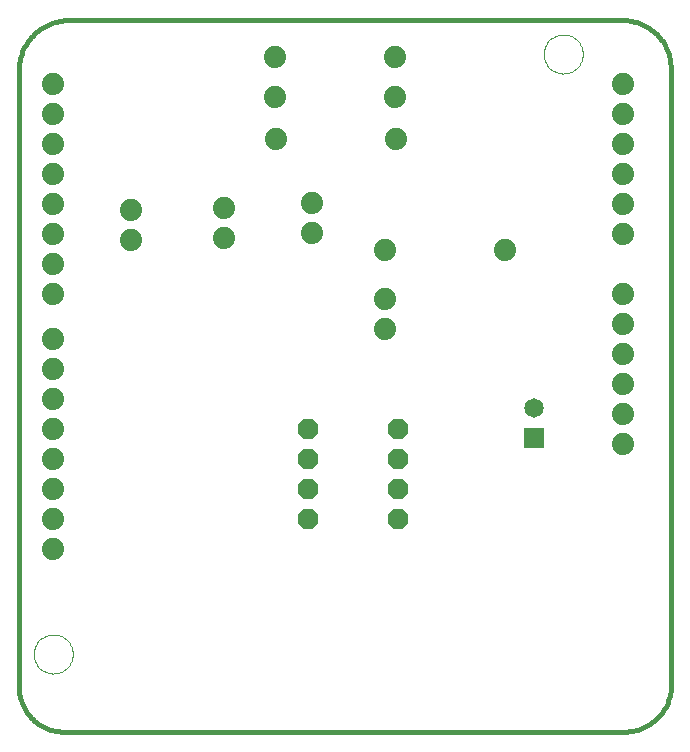
<source format=gtl>
G75*
G70*
%OFA0B0*%
%FSLAX24Y24*%
%IPPOS*%
%LPD*%
%AMOC8*
5,1,8,0,0,1.08239X$1,22.5*
%
%ADD10C,0.0160*%
%ADD11C,0.0740*%
%ADD12C,0.0000*%
%ADD13OC8,0.0680*%
%ADD14R,0.0650X0.0650*%
%ADD15C,0.0650*%
D10*
X001849Y006172D02*
X011472Y006172D01*
X011462Y006171D02*
X020539Y006171D01*
X020616Y006173D01*
X020693Y006179D01*
X020769Y006188D01*
X020845Y006201D01*
X020920Y006218D01*
X020994Y006239D01*
X021067Y006263D01*
X021139Y006291D01*
X021210Y006322D01*
X021278Y006357D01*
X021345Y006395D01*
X021410Y006436D01*
X021473Y006481D01*
X021534Y006529D01*
X021592Y006579D01*
X021647Y006632D01*
X021700Y006688D01*
X021750Y006747D01*
X021797Y006808D01*
X021841Y006871D01*
X021882Y006936D01*
X021920Y007003D01*
X021954Y007072D01*
X021985Y007143D01*
X022012Y007215D01*
X022036Y007288D01*
X022056Y007362D01*
X022073Y007437D01*
X022085Y007513D01*
X022094Y007590D01*
X022100Y007667D01*
X022101Y007744D01*
X022100Y007744D02*
X022087Y018887D01*
X022086Y018862D02*
X022086Y028292D01*
X022084Y028370D01*
X022078Y028448D01*
X022069Y028526D01*
X022055Y028603D01*
X022038Y028680D01*
X022017Y028755D01*
X021993Y028830D01*
X021965Y028903D01*
X021933Y028974D01*
X021898Y029044D01*
X021859Y029113D01*
X021817Y029179D01*
X021772Y029243D01*
X021724Y029304D01*
X021673Y029364D01*
X021619Y029421D01*
X021562Y029475D01*
X021502Y029526D01*
X021441Y029574D01*
X021377Y029619D01*
X021311Y029661D01*
X021242Y029700D01*
X021172Y029735D01*
X021101Y029767D01*
X021028Y029795D01*
X020953Y029819D01*
X020878Y029840D01*
X020801Y029857D01*
X020724Y029871D01*
X020646Y029880D01*
X020568Y029886D01*
X020490Y029888D01*
X011089Y029888D01*
X011059Y029891D02*
X002024Y029891D01*
X002024Y029890D02*
X001945Y029888D01*
X001866Y029882D01*
X001787Y029873D01*
X001709Y029860D01*
X001632Y029843D01*
X001555Y029823D01*
X001480Y029799D01*
X001406Y029771D01*
X001333Y029740D01*
X001262Y029705D01*
X001192Y029667D01*
X001125Y029626D01*
X001059Y029582D01*
X000996Y029534D01*
X000935Y029484D01*
X000876Y029431D01*
X000820Y029375D01*
X000767Y029316D01*
X000717Y029255D01*
X000669Y029192D01*
X000625Y029126D01*
X000584Y029059D01*
X000546Y028989D01*
X000511Y028918D01*
X000480Y028845D01*
X000452Y028771D01*
X000428Y028696D01*
X000408Y028619D01*
X000391Y028542D01*
X000378Y028464D01*
X000369Y028385D01*
X000363Y028306D01*
X000361Y028227D01*
X000360Y028227D02*
X000360Y018345D01*
X000364Y018343D02*
X000364Y007657D01*
X000366Y007582D01*
X000372Y007507D01*
X000381Y007432D01*
X000394Y007358D01*
X000411Y007285D01*
X000432Y007212D01*
X000456Y007141D01*
X000484Y007071D01*
X000516Y007003D01*
X000551Y006936D01*
X000589Y006871D01*
X000630Y006809D01*
X000675Y006748D01*
X000722Y006690D01*
X000773Y006634D01*
X000826Y006581D01*
X000882Y006530D01*
X000940Y006483D01*
X001001Y006438D01*
X001063Y006397D01*
X001128Y006359D01*
X001195Y006324D01*
X001263Y006292D01*
X001333Y006264D01*
X001404Y006240D01*
X001477Y006219D01*
X001550Y006202D01*
X001624Y006189D01*
X001699Y006180D01*
X001774Y006174D01*
X001849Y006172D01*
D11*
X001509Y012260D03*
X001509Y013260D03*
X001509Y014260D03*
X001509Y015260D03*
X001509Y016260D03*
X001509Y017260D03*
X001509Y018260D03*
X001509Y019260D03*
X001509Y020760D03*
X001509Y021760D03*
X001509Y022760D03*
X001509Y023760D03*
X001509Y024760D03*
X001509Y025760D03*
X001509Y026760D03*
X001509Y027760D03*
X004104Y023571D03*
X004104Y022571D03*
X007200Y022618D03*
X007200Y023618D03*
X008925Y025932D03*
X008889Y027331D03*
X008885Y028669D03*
X010138Y023785D03*
X010138Y022785D03*
X012569Y022212D03*
X012556Y020604D03*
X012556Y019604D03*
X016569Y022212D03*
X012925Y025932D03*
X012889Y027331D03*
X012885Y028669D03*
X020509Y027760D03*
X020509Y026760D03*
X020509Y025760D03*
X020509Y024760D03*
X020509Y023760D03*
X020509Y022760D03*
X020509Y020760D03*
X020509Y019760D03*
X020509Y018760D03*
X020509Y017760D03*
X020509Y016760D03*
X020509Y015760D03*
D12*
X017859Y028760D02*
X017861Y028810D01*
X017867Y028860D01*
X017877Y028910D01*
X017890Y028958D01*
X017907Y029006D01*
X017928Y029052D01*
X017952Y029096D01*
X017980Y029138D01*
X018011Y029178D01*
X018045Y029215D01*
X018082Y029250D01*
X018121Y029281D01*
X018162Y029310D01*
X018206Y029335D01*
X018252Y029357D01*
X018299Y029375D01*
X018347Y029389D01*
X018396Y029400D01*
X018446Y029407D01*
X018496Y029410D01*
X018547Y029409D01*
X018597Y029404D01*
X018647Y029395D01*
X018695Y029383D01*
X018743Y029366D01*
X018789Y029346D01*
X018834Y029323D01*
X018877Y029296D01*
X018917Y029266D01*
X018955Y029233D01*
X018990Y029197D01*
X019023Y029158D01*
X019052Y029117D01*
X019078Y029074D01*
X019101Y029029D01*
X019120Y028982D01*
X019135Y028934D01*
X019147Y028885D01*
X019155Y028835D01*
X019159Y028785D01*
X019159Y028735D01*
X019155Y028685D01*
X019147Y028635D01*
X019135Y028586D01*
X019120Y028538D01*
X019101Y028491D01*
X019078Y028446D01*
X019052Y028403D01*
X019023Y028362D01*
X018990Y028323D01*
X018955Y028287D01*
X018917Y028254D01*
X018877Y028224D01*
X018834Y028197D01*
X018789Y028174D01*
X018743Y028154D01*
X018695Y028137D01*
X018647Y028125D01*
X018597Y028116D01*
X018547Y028111D01*
X018496Y028110D01*
X018446Y028113D01*
X018396Y028120D01*
X018347Y028131D01*
X018299Y028145D01*
X018252Y028163D01*
X018206Y028185D01*
X018162Y028210D01*
X018121Y028239D01*
X018082Y028270D01*
X018045Y028305D01*
X018011Y028342D01*
X017980Y028382D01*
X017952Y028424D01*
X017928Y028468D01*
X017907Y028514D01*
X017890Y028562D01*
X017877Y028610D01*
X017867Y028660D01*
X017861Y028710D01*
X017859Y028760D01*
X000859Y008760D02*
X000861Y008810D01*
X000867Y008860D01*
X000877Y008910D01*
X000890Y008958D01*
X000907Y009006D01*
X000928Y009052D01*
X000952Y009096D01*
X000980Y009138D01*
X001011Y009178D01*
X001045Y009215D01*
X001082Y009250D01*
X001121Y009281D01*
X001162Y009310D01*
X001206Y009335D01*
X001252Y009357D01*
X001299Y009375D01*
X001347Y009389D01*
X001396Y009400D01*
X001446Y009407D01*
X001496Y009410D01*
X001547Y009409D01*
X001597Y009404D01*
X001647Y009395D01*
X001695Y009383D01*
X001743Y009366D01*
X001789Y009346D01*
X001834Y009323D01*
X001877Y009296D01*
X001917Y009266D01*
X001955Y009233D01*
X001990Y009197D01*
X002023Y009158D01*
X002052Y009117D01*
X002078Y009074D01*
X002101Y009029D01*
X002120Y008982D01*
X002135Y008934D01*
X002147Y008885D01*
X002155Y008835D01*
X002159Y008785D01*
X002159Y008735D01*
X002155Y008685D01*
X002147Y008635D01*
X002135Y008586D01*
X002120Y008538D01*
X002101Y008491D01*
X002078Y008446D01*
X002052Y008403D01*
X002023Y008362D01*
X001990Y008323D01*
X001955Y008287D01*
X001917Y008254D01*
X001877Y008224D01*
X001834Y008197D01*
X001789Y008174D01*
X001743Y008154D01*
X001695Y008137D01*
X001647Y008125D01*
X001597Y008116D01*
X001547Y008111D01*
X001496Y008110D01*
X001446Y008113D01*
X001396Y008120D01*
X001347Y008131D01*
X001299Y008145D01*
X001252Y008163D01*
X001206Y008185D01*
X001162Y008210D01*
X001121Y008239D01*
X001082Y008270D01*
X001045Y008305D01*
X001011Y008342D01*
X000980Y008382D01*
X000952Y008424D01*
X000928Y008468D01*
X000907Y008514D01*
X000890Y008562D01*
X000877Y008610D01*
X000867Y008660D01*
X000861Y008710D01*
X000859Y008760D01*
D13*
X010009Y013274D03*
X010009Y014274D03*
X010009Y015274D03*
X010009Y016274D03*
X013009Y016274D03*
X013009Y015274D03*
X013009Y014274D03*
X013009Y013274D03*
D14*
X017548Y015964D03*
D15*
X017548Y016964D03*
M02*

</source>
